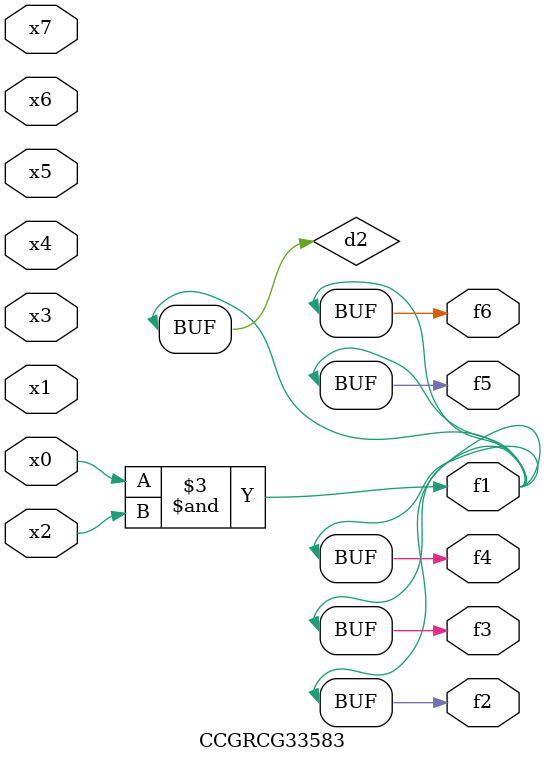
<source format=v>
module CCGRCG33583(
	input x0, x1, x2, x3, x4, x5, x6, x7,
	output f1, f2, f3, f4, f5, f6
);

	wire d1, d2;

	nor (d1, x3, x6);
	and (d2, x0, x2);
	assign f1 = d2;
	assign f2 = d2;
	assign f3 = d2;
	assign f4 = d2;
	assign f5 = d2;
	assign f6 = d2;
endmodule

</source>
